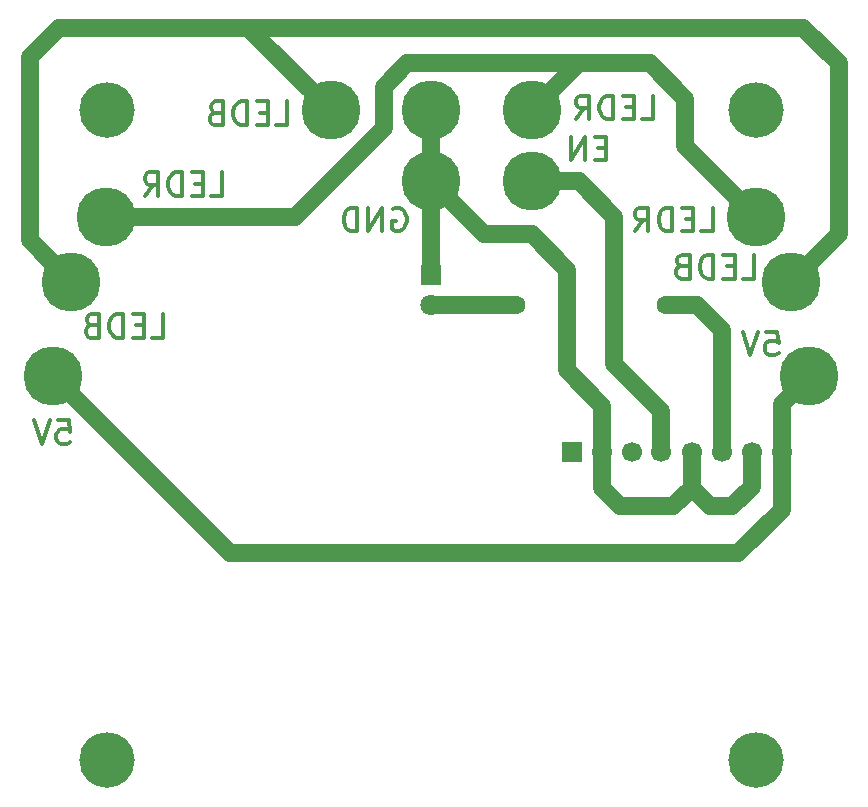
<source format=gbr>
%TF.GenerationSoftware,KiCad,Pcbnew,9.0.4*%
%TF.CreationDate,2025-10-05T17:12:08-04:00*%
%TF.ProjectId,Armor Panel,41726d6f-7220-4506-916e-656c2e6b6963,rev?*%
%TF.SameCoordinates,Original*%
%TF.FileFunction,Copper,L2,Bot*%
%TF.FilePolarity,Positive*%
%FSLAX46Y46*%
G04 Gerber Fmt 4.6, Leading zero omitted, Abs format (unit mm)*
G04 Created by KiCad (PCBNEW 9.0.4) date 2025-10-05 17:12:08*
%MOMM*%
%LPD*%
G01*
G04 APERTURE LIST*
%ADD10C,0.300000*%
%TA.AperFunction,NonConductor*%
%ADD11C,0.300000*%
%TD*%
%TA.AperFunction,ComponentPad*%
%ADD12C,1.700000*%
%TD*%
%TA.AperFunction,ComponentPad*%
%ADD13R,1.700000X1.700000*%
%TD*%
%TA.AperFunction,WasherPad*%
%ADD14C,4.700000*%
%TD*%
%TA.AperFunction,ComponentPad*%
%ADD15C,1.600000*%
%TD*%
%TA.AperFunction,ComponentPad*%
%ADD16C,5.000000*%
%TD*%
%TA.AperFunction,ComponentPad*%
%ADD17R,1.800000X1.800000*%
%TD*%
%TA.AperFunction,ComponentPad*%
%ADD18C,1.800000*%
%TD*%
%TA.AperFunction,Conductor*%
%ADD19C,1.500000*%
%TD*%
G04 APERTURE END LIST*
D10*
D11*
X160374060Y-70239638D02*
X161326441Y-70239638D01*
X161326441Y-70239638D02*
X161326441Y-68239638D01*
X159707393Y-69192019D02*
X159040726Y-69192019D01*
X158755012Y-70239638D02*
X159707393Y-70239638D01*
X159707393Y-70239638D02*
X159707393Y-68239638D01*
X159707393Y-68239638D02*
X158755012Y-68239638D01*
X157897869Y-70239638D02*
X157897869Y-68239638D01*
X157897869Y-68239638D02*
X157421679Y-68239638D01*
X157421679Y-68239638D02*
X157135964Y-68334876D01*
X157135964Y-68334876D02*
X156945488Y-68525352D01*
X156945488Y-68525352D02*
X156850250Y-68715828D01*
X156850250Y-68715828D02*
X156755012Y-69096780D01*
X156755012Y-69096780D02*
X156755012Y-69382495D01*
X156755012Y-69382495D02*
X156850250Y-69763447D01*
X156850250Y-69763447D02*
X156945488Y-69953923D01*
X156945488Y-69953923D02*
X157135964Y-70144400D01*
X157135964Y-70144400D02*
X157421679Y-70239638D01*
X157421679Y-70239638D02*
X157897869Y-70239638D01*
X154755012Y-70239638D02*
X155421679Y-69287257D01*
X155897869Y-70239638D02*
X155897869Y-68239638D01*
X155897869Y-68239638D02*
X155135964Y-68239638D01*
X155135964Y-68239638D02*
X154945488Y-68334876D01*
X154945488Y-68334876D02*
X154850250Y-68430114D01*
X154850250Y-68430114D02*
X154755012Y-68620590D01*
X154755012Y-68620590D02*
X154755012Y-68906304D01*
X154755012Y-68906304D02*
X154850250Y-69096780D01*
X154850250Y-69096780D02*
X154945488Y-69192019D01*
X154945488Y-69192019D02*
X155135964Y-69287257D01*
X155135964Y-69287257D02*
X155897869Y-69287257D01*
D10*
D11*
X134278822Y-68334876D02*
X134469298Y-68239638D01*
X134469298Y-68239638D02*
X134755012Y-68239638D01*
X134755012Y-68239638D02*
X135040727Y-68334876D01*
X135040727Y-68334876D02*
X135231203Y-68525352D01*
X135231203Y-68525352D02*
X135326441Y-68715828D01*
X135326441Y-68715828D02*
X135421679Y-69096780D01*
X135421679Y-69096780D02*
X135421679Y-69382495D01*
X135421679Y-69382495D02*
X135326441Y-69763447D01*
X135326441Y-69763447D02*
X135231203Y-69953923D01*
X135231203Y-69953923D02*
X135040727Y-70144400D01*
X135040727Y-70144400D02*
X134755012Y-70239638D01*
X134755012Y-70239638D02*
X134564536Y-70239638D01*
X134564536Y-70239638D02*
X134278822Y-70144400D01*
X134278822Y-70144400D02*
X134183584Y-70049161D01*
X134183584Y-70049161D02*
X134183584Y-69382495D01*
X134183584Y-69382495D02*
X134564536Y-69382495D01*
X133326441Y-70239638D02*
X133326441Y-68239638D01*
X133326441Y-68239638D02*
X132183584Y-70239638D01*
X132183584Y-70239638D02*
X132183584Y-68239638D01*
X131231203Y-70239638D02*
X131231203Y-68239638D01*
X131231203Y-68239638D02*
X130755013Y-68239638D01*
X130755013Y-68239638D02*
X130469298Y-68334876D01*
X130469298Y-68334876D02*
X130278822Y-68525352D01*
X130278822Y-68525352D02*
X130183584Y-68715828D01*
X130183584Y-68715828D02*
X130088346Y-69096780D01*
X130088346Y-69096780D02*
X130088346Y-69382495D01*
X130088346Y-69382495D02*
X130183584Y-69763447D01*
X130183584Y-69763447D02*
X130278822Y-69953923D01*
X130278822Y-69953923D02*
X130469298Y-70144400D01*
X130469298Y-70144400D02*
X130755013Y-70239638D01*
X130755013Y-70239638D02*
X131231203Y-70239638D01*
D10*
D11*
X152326441Y-63192019D02*
X151659774Y-63192019D01*
X151374060Y-64239638D02*
X152326441Y-64239638D01*
X152326441Y-64239638D02*
X152326441Y-62239638D01*
X152326441Y-62239638D02*
X151374060Y-62239638D01*
X150516917Y-64239638D02*
X150516917Y-62239638D01*
X150516917Y-62239638D02*
X149374060Y-64239638D01*
X149374060Y-64239638D02*
X149374060Y-62239638D01*
D10*
D11*
X155374060Y-60739638D02*
X156326441Y-60739638D01*
X156326441Y-60739638D02*
X156326441Y-58739638D01*
X154707393Y-59692019D02*
X154040726Y-59692019D01*
X153755012Y-60739638D02*
X154707393Y-60739638D01*
X154707393Y-60739638D02*
X154707393Y-58739638D01*
X154707393Y-58739638D02*
X153755012Y-58739638D01*
X152897869Y-60739638D02*
X152897869Y-58739638D01*
X152897869Y-58739638D02*
X152421679Y-58739638D01*
X152421679Y-58739638D02*
X152135964Y-58834876D01*
X152135964Y-58834876D02*
X151945488Y-59025352D01*
X151945488Y-59025352D02*
X151850250Y-59215828D01*
X151850250Y-59215828D02*
X151755012Y-59596780D01*
X151755012Y-59596780D02*
X151755012Y-59882495D01*
X151755012Y-59882495D02*
X151850250Y-60263447D01*
X151850250Y-60263447D02*
X151945488Y-60453923D01*
X151945488Y-60453923D02*
X152135964Y-60644400D01*
X152135964Y-60644400D02*
X152421679Y-60739638D01*
X152421679Y-60739638D02*
X152897869Y-60739638D01*
X149755012Y-60739638D02*
X150421679Y-59787257D01*
X150897869Y-60739638D02*
X150897869Y-58739638D01*
X150897869Y-58739638D02*
X150135964Y-58739638D01*
X150135964Y-58739638D02*
X149945488Y-58834876D01*
X149945488Y-58834876D02*
X149850250Y-58930114D01*
X149850250Y-58930114D02*
X149755012Y-59120590D01*
X149755012Y-59120590D02*
X149755012Y-59406304D01*
X149755012Y-59406304D02*
X149850250Y-59596780D01*
X149850250Y-59596780D02*
X149945488Y-59692019D01*
X149945488Y-59692019D02*
X150135964Y-59787257D01*
X150135964Y-59787257D02*
X150897869Y-59787257D01*
D10*
D11*
X118874060Y-67239638D02*
X119826441Y-67239638D01*
X119826441Y-67239638D02*
X119826441Y-65239638D01*
X118207393Y-66192019D02*
X117540726Y-66192019D01*
X117255012Y-67239638D02*
X118207393Y-67239638D01*
X118207393Y-67239638D02*
X118207393Y-65239638D01*
X118207393Y-65239638D02*
X117255012Y-65239638D01*
X116397869Y-67239638D02*
X116397869Y-65239638D01*
X116397869Y-65239638D02*
X115921679Y-65239638D01*
X115921679Y-65239638D02*
X115635964Y-65334876D01*
X115635964Y-65334876D02*
X115445488Y-65525352D01*
X115445488Y-65525352D02*
X115350250Y-65715828D01*
X115350250Y-65715828D02*
X115255012Y-66096780D01*
X115255012Y-66096780D02*
X115255012Y-66382495D01*
X115255012Y-66382495D02*
X115350250Y-66763447D01*
X115350250Y-66763447D02*
X115445488Y-66953923D01*
X115445488Y-66953923D02*
X115635964Y-67144400D01*
X115635964Y-67144400D02*
X115921679Y-67239638D01*
X115921679Y-67239638D02*
X116397869Y-67239638D01*
X113255012Y-67239638D02*
X113921679Y-66287257D01*
X114397869Y-67239638D02*
X114397869Y-65239638D01*
X114397869Y-65239638D02*
X113635964Y-65239638D01*
X113635964Y-65239638D02*
X113445488Y-65334876D01*
X113445488Y-65334876D02*
X113350250Y-65430114D01*
X113350250Y-65430114D02*
X113255012Y-65620590D01*
X113255012Y-65620590D02*
X113255012Y-65906304D01*
X113255012Y-65906304D02*
X113350250Y-66096780D01*
X113350250Y-66096780D02*
X113445488Y-66192019D01*
X113445488Y-66192019D02*
X113635964Y-66287257D01*
X113635964Y-66287257D02*
X114397869Y-66287257D01*
D10*
D11*
X124374060Y-61239638D02*
X125326441Y-61239638D01*
X125326441Y-61239638D02*
X125326441Y-59239638D01*
X123707393Y-60192019D02*
X123040726Y-60192019D01*
X122755012Y-61239638D02*
X123707393Y-61239638D01*
X123707393Y-61239638D02*
X123707393Y-59239638D01*
X123707393Y-59239638D02*
X122755012Y-59239638D01*
X121897869Y-61239638D02*
X121897869Y-59239638D01*
X121897869Y-59239638D02*
X121421679Y-59239638D01*
X121421679Y-59239638D02*
X121135964Y-59334876D01*
X121135964Y-59334876D02*
X120945488Y-59525352D01*
X120945488Y-59525352D02*
X120850250Y-59715828D01*
X120850250Y-59715828D02*
X120755012Y-60096780D01*
X120755012Y-60096780D02*
X120755012Y-60382495D01*
X120755012Y-60382495D02*
X120850250Y-60763447D01*
X120850250Y-60763447D02*
X120945488Y-60953923D01*
X120945488Y-60953923D02*
X121135964Y-61144400D01*
X121135964Y-61144400D02*
X121421679Y-61239638D01*
X121421679Y-61239638D02*
X121897869Y-61239638D01*
X119231202Y-60192019D02*
X118945488Y-60287257D01*
X118945488Y-60287257D02*
X118850250Y-60382495D01*
X118850250Y-60382495D02*
X118755012Y-60572971D01*
X118755012Y-60572971D02*
X118755012Y-60858685D01*
X118755012Y-60858685D02*
X118850250Y-61049161D01*
X118850250Y-61049161D02*
X118945488Y-61144400D01*
X118945488Y-61144400D02*
X119135964Y-61239638D01*
X119135964Y-61239638D02*
X119897869Y-61239638D01*
X119897869Y-61239638D02*
X119897869Y-59239638D01*
X119897869Y-59239638D02*
X119231202Y-59239638D01*
X119231202Y-59239638D02*
X119040726Y-59334876D01*
X119040726Y-59334876D02*
X118945488Y-59430114D01*
X118945488Y-59430114D02*
X118850250Y-59620590D01*
X118850250Y-59620590D02*
X118850250Y-59811066D01*
X118850250Y-59811066D02*
X118945488Y-60001542D01*
X118945488Y-60001542D02*
X119040726Y-60096780D01*
X119040726Y-60096780D02*
X119231202Y-60192019D01*
X119231202Y-60192019D02*
X119897869Y-60192019D01*
D10*
D11*
X163874060Y-74239638D02*
X164826441Y-74239638D01*
X164826441Y-74239638D02*
X164826441Y-72239638D01*
X163207393Y-73192019D02*
X162540726Y-73192019D01*
X162255012Y-74239638D02*
X163207393Y-74239638D01*
X163207393Y-74239638D02*
X163207393Y-72239638D01*
X163207393Y-72239638D02*
X162255012Y-72239638D01*
X161397869Y-74239638D02*
X161397869Y-72239638D01*
X161397869Y-72239638D02*
X160921679Y-72239638D01*
X160921679Y-72239638D02*
X160635964Y-72334876D01*
X160635964Y-72334876D02*
X160445488Y-72525352D01*
X160445488Y-72525352D02*
X160350250Y-72715828D01*
X160350250Y-72715828D02*
X160255012Y-73096780D01*
X160255012Y-73096780D02*
X160255012Y-73382495D01*
X160255012Y-73382495D02*
X160350250Y-73763447D01*
X160350250Y-73763447D02*
X160445488Y-73953923D01*
X160445488Y-73953923D02*
X160635964Y-74144400D01*
X160635964Y-74144400D02*
X160921679Y-74239638D01*
X160921679Y-74239638D02*
X161397869Y-74239638D01*
X158731202Y-73192019D02*
X158445488Y-73287257D01*
X158445488Y-73287257D02*
X158350250Y-73382495D01*
X158350250Y-73382495D02*
X158255012Y-73572971D01*
X158255012Y-73572971D02*
X158255012Y-73858685D01*
X158255012Y-73858685D02*
X158350250Y-74049161D01*
X158350250Y-74049161D02*
X158445488Y-74144400D01*
X158445488Y-74144400D02*
X158635964Y-74239638D01*
X158635964Y-74239638D02*
X159397869Y-74239638D01*
X159397869Y-74239638D02*
X159397869Y-72239638D01*
X159397869Y-72239638D02*
X158731202Y-72239638D01*
X158731202Y-72239638D02*
X158540726Y-72334876D01*
X158540726Y-72334876D02*
X158445488Y-72430114D01*
X158445488Y-72430114D02*
X158350250Y-72620590D01*
X158350250Y-72620590D02*
X158350250Y-72811066D01*
X158350250Y-72811066D02*
X158445488Y-73001542D01*
X158445488Y-73001542D02*
X158540726Y-73096780D01*
X158540726Y-73096780D02*
X158731202Y-73192019D01*
X158731202Y-73192019D02*
X159397869Y-73192019D01*
D10*
D11*
X113874060Y-79239638D02*
X114826441Y-79239638D01*
X114826441Y-79239638D02*
X114826441Y-77239638D01*
X113207393Y-78192019D02*
X112540726Y-78192019D01*
X112255012Y-79239638D02*
X113207393Y-79239638D01*
X113207393Y-79239638D02*
X113207393Y-77239638D01*
X113207393Y-77239638D02*
X112255012Y-77239638D01*
X111397869Y-79239638D02*
X111397869Y-77239638D01*
X111397869Y-77239638D02*
X110921679Y-77239638D01*
X110921679Y-77239638D02*
X110635964Y-77334876D01*
X110635964Y-77334876D02*
X110445488Y-77525352D01*
X110445488Y-77525352D02*
X110350250Y-77715828D01*
X110350250Y-77715828D02*
X110255012Y-78096780D01*
X110255012Y-78096780D02*
X110255012Y-78382495D01*
X110255012Y-78382495D02*
X110350250Y-78763447D01*
X110350250Y-78763447D02*
X110445488Y-78953923D01*
X110445488Y-78953923D02*
X110635964Y-79144400D01*
X110635964Y-79144400D02*
X110921679Y-79239638D01*
X110921679Y-79239638D02*
X111397869Y-79239638D01*
X108731202Y-78192019D02*
X108445488Y-78287257D01*
X108445488Y-78287257D02*
X108350250Y-78382495D01*
X108350250Y-78382495D02*
X108255012Y-78572971D01*
X108255012Y-78572971D02*
X108255012Y-78858685D01*
X108255012Y-78858685D02*
X108350250Y-79049161D01*
X108350250Y-79049161D02*
X108445488Y-79144400D01*
X108445488Y-79144400D02*
X108635964Y-79239638D01*
X108635964Y-79239638D02*
X109397869Y-79239638D01*
X109397869Y-79239638D02*
X109397869Y-77239638D01*
X109397869Y-77239638D02*
X108731202Y-77239638D01*
X108731202Y-77239638D02*
X108540726Y-77334876D01*
X108540726Y-77334876D02*
X108445488Y-77430114D01*
X108445488Y-77430114D02*
X108350250Y-77620590D01*
X108350250Y-77620590D02*
X108350250Y-77811066D01*
X108350250Y-77811066D02*
X108445488Y-78001542D01*
X108445488Y-78001542D02*
X108540726Y-78096780D01*
X108540726Y-78096780D02*
X108731202Y-78192019D01*
X108731202Y-78192019D02*
X109397869Y-78192019D01*
D10*
D11*
X165874060Y-78739638D02*
X166826441Y-78739638D01*
X166826441Y-78739638D02*
X166921679Y-79692019D01*
X166921679Y-79692019D02*
X166826441Y-79596780D01*
X166826441Y-79596780D02*
X166635965Y-79501542D01*
X166635965Y-79501542D02*
X166159774Y-79501542D01*
X166159774Y-79501542D02*
X165969298Y-79596780D01*
X165969298Y-79596780D02*
X165874060Y-79692019D01*
X165874060Y-79692019D02*
X165778822Y-79882495D01*
X165778822Y-79882495D02*
X165778822Y-80358685D01*
X165778822Y-80358685D02*
X165874060Y-80549161D01*
X165874060Y-80549161D02*
X165969298Y-80644400D01*
X165969298Y-80644400D02*
X166159774Y-80739638D01*
X166159774Y-80739638D02*
X166635965Y-80739638D01*
X166635965Y-80739638D02*
X166826441Y-80644400D01*
X166826441Y-80644400D02*
X166921679Y-80549161D01*
X165207393Y-78739638D02*
X164540727Y-80739638D01*
X164540727Y-80739638D02*
X163874060Y-78739638D01*
D10*
D11*
X105874060Y-86239638D02*
X106826441Y-86239638D01*
X106826441Y-86239638D02*
X106921679Y-87192019D01*
X106921679Y-87192019D02*
X106826441Y-87096780D01*
X106826441Y-87096780D02*
X106635965Y-87001542D01*
X106635965Y-87001542D02*
X106159774Y-87001542D01*
X106159774Y-87001542D02*
X105969298Y-87096780D01*
X105969298Y-87096780D02*
X105874060Y-87192019D01*
X105874060Y-87192019D02*
X105778822Y-87382495D01*
X105778822Y-87382495D02*
X105778822Y-87858685D01*
X105778822Y-87858685D02*
X105874060Y-88049161D01*
X105874060Y-88049161D02*
X105969298Y-88144400D01*
X105969298Y-88144400D02*
X106159774Y-88239638D01*
X106159774Y-88239638D02*
X106635965Y-88239638D01*
X106635965Y-88239638D02*
X106826441Y-88144400D01*
X106826441Y-88144400D02*
X106921679Y-88049161D01*
X105207393Y-86239638D02*
X104540727Y-88239638D01*
X104540727Y-88239638D02*
X103874060Y-86239638D01*
D12*
%TO.P,CHARGER1,8,Pin_8*%
%TO.N,/5V*%
X167172500Y-88927500D03*
%TO.P,CHARGER1,7,Pin_7*%
%TO.N,/GND*%
X164632500Y-88927500D03*
%TO.P,CHARGER1,6,Pin_6*%
%TO.N,/LB*%
X162092500Y-88927500D03*
%TO.P,CHARGER1,5,Pin_5*%
%TO.N,/GND*%
X159552500Y-88927500D03*
%TO.P,CHARGER1,4,Pin_4*%
%TO.N,/EN*%
X156957500Y-88927500D03*
%TO.P,CHARGER1,3,Pin_3*%
%TO.N,/Bat*%
X154472500Y-88927500D03*
%TO.P,CHARGER1,2,Pin_2*%
%TO.N,/GND*%
X151932500Y-88927500D03*
D13*
%TO.P,CHARGER1,1,Pin_1*%
%TO.N,/USB*%
X149392500Y-88927500D03*
%TD*%
D14*
%TO.P,REF\u002A\u002A,*%
%TO.N,*%
X165040000Y-115000000D03*
%TD*%
%TO.P,REF\u002A\u002A,*%
%TO.N,*%
X110040000Y-115000000D03*
%TD*%
D15*
%TO.P,R2,1*%
%TO.N,Net-(D2-A)*%
X144650000Y-76500000D03*
%TO.P,R2,2*%
%TO.N,/LB*%
X157350000Y-76500000D03*
%TD*%
D14*
%TO.P,REF\u002A\u002A,*%
%TO.N,*%
X165040000Y-60000000D03*
%TD*%
%TO.P,REF\u002A\u002A,*%
%TO.N,*%
X110020000Y-60000000D03*
%TD*%
D16*
%TO.P,SW1,1,1*%
%TO.N,/LEDB*%
X129000000Y-60000000D03*
%TO.P,SW1,2,3*%
%TO.N,/GND*%
X137500000Y-60000000D03*
%TO.P,SW1,3,4*%
%TO.N,/LEDR*%
X146000000Y-60000000D03*
%TD*%
%TO.P,H5,1*%
%TO.N,/5V*%
X169500000Y-82500000D03*
%TD*%
%TO.P,SW_EN1,1,A*%
%TO.N,/GND*%
X137500000Y-66000000D03*
%TO.P,SW_EN1,2,B*%
%TO.N,/EN*%
X146000000Y-66000000D03*
%TD*%
%TO.P,H1,1*%
%TO.N,/LEDR*%
X110000000Y-69000000D03*
%TD*%
%TO.P,H2,1*%
%TO.N,/LEDR*%
X165000000Y-69000000D03*
%TD*%
%TO.P,H3,1*%
%TO.N,/LEDB*%
X168000000Y-74500000D03*
%TD*%
D17*
%TO.P,D2,1,K*%
%TO.N,/GND*%
X137500000Y-73960000D03*
D18*
%TO.P,D2,2,A*%
%TO.N,Net-(D2-A)*%
X137500000Y-76500000D03*
%TD*%
D16*
%TO.P,H4,1*%
%TO.N,/LEDB*%
X107000000Y-74500000D03*
%TD*%
%TO.P,H6,1*%
%TO.N,/5V*%
X105500000Y-82500000D03*
%TD*%
D19*
%TO.N,/LEDR*%
X159000000Y-63000000D02*
X165000000Y-69000000D01*
X159000000Y-59000000D02*
X159000000Y-63000000D01*
X156000000Y-56000000D02*
X159000000Y-59000000D01*
X150000000Y-56000000D02*
X156000000Y-56000000D01*
%TO.N,/GND*%
X137500000Y-73960000D02*
X137500000Y-66000000D01*
%TO.N,Net-(D2-A)*%
X144650000Y-76500000D02*
X137500000Y-76500000D01*
%TO.N,/LEDB*%
X169000000Y-53000000D02*
X122000000Y-53000000D01*
X172000000Y-70500000D02*
X172000000Y-56000000D01*
X168000000Y-74500000D02*
X172000000Y-70500000D01*
X172000000Y-56000000D02*
X169000000Y-53000000D01*
X106000000Y-53000000D02*
X103500000Y-55500000D01*
X103500000Y-71000000D02*
X107000000Y-74500000D01*
X122000000Y-53000000D02*
X106000000Y-53000000D01*
X129000000Y-60000000D02*
X122000000Y-53000000D01*
X103500000Y-55500000D02*
X103500000Y-71000000D01*
%TO.N,/GND*%
X164632500Y-91867500D02*
X164632500Y-88927500D01*
X163000000Y-93500000D02*
X164632500Y-91867500D01*
X161105000Y-93500000D02*
X163000000Y-93500000D01*
X159552500Y-91947500D02*
X161105000Y-93500000D01*
X159552500Y-91947500D02*
X159552500Y-88927500D01*
X158000000Y-93500000D02*
X159552500Y-91947500D01*
X153500000Y-93500000D02*
X158000000Y-93500000D01*
X151932500Y-88927500D02*
X151932500Y-91932500D01*
X151932500Y-91932500D02*
X153500000Y-93500000D01*
%TO.N,/5V*%
X167172500Y-88927500D02*
X167172500Y-93827500D01*
X167172500Y-93827500D02*
X163500000Y-97500000D01*
X123500000Y-97500000D02*
X163500000Y-97500000D01*
X120500000Y-97500000D02*
X123500000Y-97500000D01*
X105500000Y-82500000D02*
X120500000Y-97500000D01*
%TO.N,/GND*%
X142000000Y-70500000D02*
X137500000Y-66000000D01*
X152000000Y-85000000D02*
X149000000Y-82000000D01*
X146000000Y-70500000D02*
X142000000Y-70500000D01*
X151932500Y-85067500D02*
X152000000Y-85000000D01*
X149000000Y-73500000D02*
X146000000Y-70500000D01*
X151932500Y-88927500D02*
X151932500Y-85067500D01*
X149000000Y-82000000D02*
X149000000Y-73500000D01*
%TO.N,/EN*%
X150000000Y-66000000D02*
X146000000Y-66000000D01*
X153000000Y-69000000D02*
X150000000Y-66000000D01*
X153000000Y-81500000D02*
X153000000Y-69000000D01*
X156957500Y-85457500D02*
X153000000Y-81500000D01*
X156957500Y-88927500D02*
X156957500Y-85457500D01*
%TO.N,/LB*%
X162092500Y-78592500D02*
X160000000Y-76500000D01*
X160000000Y-76500000D02*
X157350000Y-76500000D01*
X162092500Y-88927500D02*
X162092500Y-78592500D01*
%TO.N,/5V*%
X167172500Y-84827500D02*
X169500000Y-82500000D01*
X167172500Y-88927500D02*
X167172500Y-84827500D01*
%TO.N,/GND*%
X137500000Y-60000000D02*
X137500000Y-66000000D01*
%TO.N,/LEDR*%
X146000000Y-60000000D02*
X150000000Y-56000000D01*
X135500000Y-56000000D02*
X150000000Y-56000000D01*
X133500000Y-61500000D02*
X133500000Y-58000000D01*
X133500000Y-58000000D02*
X135500000Y-56000000D01*
X126000000Y-69000000D02*
X133500000Y-61500000D01*
X110000000Y-69000000D02*
X126000000Y-69000000D01*
%TD*%
M02*

</source>
